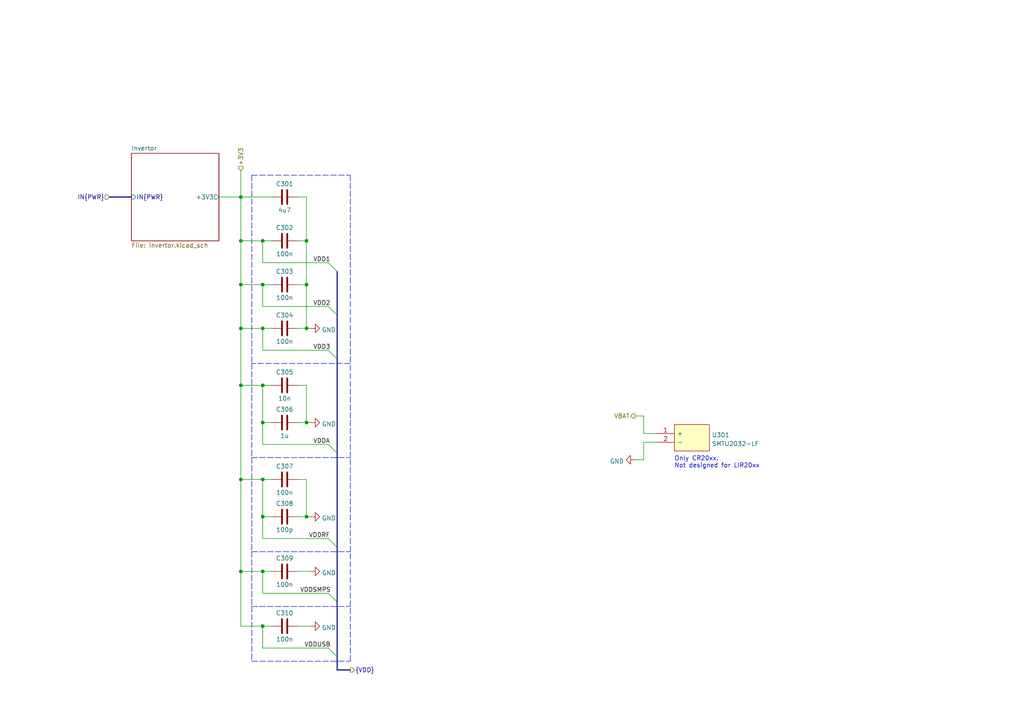
<source format=kicad_sch>
(kicad_sch (version 20211123) (generator eeschema)
  (paper "A4")
  (title_block (title "OxySwitch - PSU") (rev "1") (company "Tomas Kysela"))
  (lib_symbols
    (symbol "Device:C" (pin_numbers hide) (pin_names (offset 0.254))
      (property "Reference" "C" (at 0.635 2.54 0))
      (property "Value" "C" (at 0.635 -2.54 0))
      (symbol "C_0_1"
        (polyline (pts (xy -2.032 -0.762) (xy 2.032 -0.762)) (stroke (width 0.508)))
        (polyline (pts (xy -2.032 0.762) (xy 2.032 0.762)) (stroke (width 0.508)))
      )
      (symbol "C_1_1"
        (pin passive line (at 0 3.81 270) (length 2.794) (name "~") (number "1"))
        (pin passive line (at 0 -3.81 90) (length 2.794) (name "~") (number "2"))
      )
    )
    (symbol "OxySwitch:SMTU2032-LF" (pin_names (offset 0.762))
      (property "Reference" "U" (at 16.51 7.62 0))
      (property "Value" "SMTU2032-LF" (at 16.51 5.08 0))
      (symbol "SMTU2032-LF_0_0"
        (pin power_out line (at 0 0 0) (length 5.08) (name "+") (number "1"))
        (pin passive line (at 0 -2.54 0) (length 5.08) (name "-") (number "2"))
      )
      (symbol "SMTU2032-LF_0_1"
        (polyline (pts (xy 5.08 2.54) (xy 15.24 2.54) (xy 15.24 -5.08) (xy 5.08 -5.08) (xy 5.08 2.54)) (stroke (width 0.1524)) (fill (type background)))
      )
    )
    (symbol "power:GND" (power) (pin_names (offset 0))
      (property "Value" "GND" (at 0 -3.81 0))
      (symbol "GND_0_1"
        (polyline (pts (xy 0 0) (xy 0 -1.27) (xy 1.27 -1.27) (xy 0 -2.54) (xy -1.27 -1.27) (xy 0 -1.27)))
      )
      (symbol "GND_1_1"
        (pin power_in line (at 0 0 270) (length 0) hide (name "GND") (number "1"))
      )
    )
  )
  (junction (at 69.85 69.85))
  (junction (at 76.2 165.735))
  (junction (at 69.85 111.76))
  (junction (at 76.2 111.76))
  (junction (at 76.2 139.065))
  (junction (at 69.85 165.735))
  (junction (at 76.2 181.61))
  (junction (at 69.85 139.065))
  (junction (at 76.2 69.85))
  (junction (at 88.9 95.25))
  (junction (at 69.85 57.15))
  (junction (at 88.9 149.86))
  (junction (at 88.9 82.55))
  (junction (at 88.9 122.555))
  (junction (at 76.2 149.86))
  (junction (at 76.2 122.555))
  (junction (at 69.85 82.55))
  (junction (at 76.2 82.55))
  (junction (at 76.2 95.25))
  (junction (at 69.85 95.25))
  (junction (at 88.9 69.85))
  (bus_entry (at 95.25 76.2) (size 2.54 2.54))
  (bus_entry (at 95.25 88.9) (size 2.54 2.54))
  (bus_entry (at 95.25 101.6) (size 2.54 2.54))
  (bus_entry (at 95.25 172.085) (size 2.54 2.54))
  (bus_entry (at 95.25 156.21) (size 2.54 2.54))
  (bus_entry (at 95.25 187.96) (size 2.54 2.54))
  (bus_entry (at 95.25 128.905) (size 2.54 2.54))
  (wire (pts (xy 86.36 95.25) (xy 88.9 95.25)))
  (wire (pts (xy 95.25 156.21) (xy 76.2 156.21)))
  (wire (pts (xy 86.36 149.86) (xy 88.9 149.86)))
  (wire (pts (xy 76.2 69.85) (xy 78.74 69.85)))
  (wire (pts (xy 88.9 111.76) (xy 88.9 122.555)))
  (wire (pts (xy 184.15 120.65) (xy 186.69 120.65)))
  (bus (pts (xy 97.79 174.625) (xy 97.79 190.5)))
  (wire (pts (xy 76.2 82.55) (xy 78.74 82.55)))
  (wire (pts (xy 76.2 122.555) (xy 76.2 111.76)))
  (polyline (pts (xy 73.025 191.77) (xy 101.6 191.77)))
  (wire (pts (xy 69.85 57.15) (xy 78.74 57.15)))
  (wire (pts (xy 69.85 57.15) (xy 69.85 69.85)))
  (polyline (pts (xy 101.6 105.41) (xy 73.025 105.41)))
  (wire (pts (xy 86.36 69.85) (xy 88.9 69.85)))
  (wire (pts (xy 69.85 82.55) (xy 69.85 95.25)))
  (wire (pts (xy 76.2 181.61) (xy 78.74 181.61)))
  (polyline (pts (xy 73.025 132.715) (xy 101.6 132.715)))
  (polyline (pts (xy 73.025 160.02) (xy 101.6 160.02)))
  (wire (pts (xy 190.5 125.73) (xy 186.69 125.73)))
  (wire (pts (xy 76.2 95.25) (xy 76.2 101.6)))
  (wire (pts (xy 76.2 165.735) (xy 78.74 165.735)))
  (wire (pts (xy 184.15 133.35) (xy 186.69 133.35)))
  (wire (pts (xy 90.17 95.25) (xy 88.9 95.25)))
  (wire (pts (xy 69.85 111.76) (xy 69.85 139.065)))
  (wire (pts (xy 76.2 76.2) (xy 95.25 76.2)))
  (wire (pts (xy 76.2 69.85) (xy 76.2 76.2)))
  (bus (pts (xy 97.79 194.31) (xy 101.6 194.31)))
  (bus (pts (xy 97.79 190.5) (xy 97.79 194.31)))
  (wire (pts (xy 86.36 139.065) (xy 88.9 139.065)))
  (wire (pts (xy 76.2 122.555) (xy 78.74 122.555)))
  (wire (pts (xy 76.2 101.6) (xy 95.25 101.6)))
  (polyline (pts (xy 101.6 50.8) (xy 101.6 105.41)))
  (wire (pts (xy 69.85 95.25) (xy 76.2 95.25)))
  (wire (pts (xy 76.2 111.76) (xy 69.85 111.76)))
  (wire (pts (xy 86.36 82.55) (xy 88.9 82.55)))
  (wire (pts (xy 69.85 139.065) (xy 69.85 165.735)))
  (bus (pts (xy 97.79 158.75) (xy 97.79 174.625)))
  (wire (pts (xy 86.36 181.61) (xy 90.17 181.61)))
  (wire (pts (xy 86.36 165.735) (xy 90.17 165.735)))
  (polyline (pts (xy 73.025 105.41) (xy 73.025 132.715)))
  (wire (pts (xy 88.9 122.555) (xy 90.17 122.555)))
  (wire (pts (xy 76.2 95.25) (xy 78.74 95.25)))
  (polyline (pts (xy 73.025 50.8) (xy 101.6 50.8)))
  (wire (pts (xy 76.2 187.96) (xy 76.2 181.61)))
  (wire (pts (xy 63.5 57.15) (xy 69.85 57.15)))
  (wire (pts (xy 69.85 69.85) (xy 76.2 69.85)))
  (polyline (pts (xy 73.025 175.895) (xy 101.6 175.895)))
  (wire (pts (xy 88.9 149.86) (xy 90.17 149.86)))
  (wire (pts (xy 76.2 88.9) (xy 95.25 88.9)))
  (wire (pts (xy 76.2 149.86) (xy 76.2 139.065)))
  (wire (pts (xy 88.9 69.85) (xy 88.9 82.55)))
  (wire (pts (xy 69.85 165.735) (xy 76.2 165.735)))
  (wire (pts (xy 186.69 125.73) (xy 186.69 120.65)))
  (bus (pts (xy 31.75 57.15) (xy 38.1 57.15)))
  (wire (pts (xy 69.85 181.61) (xy 76.2 181.61)))
  (polyline (pts (xy 73.025 160.02) (xy 73.025 175.895)))
  (wire (pts (xy 95.25 187.96) (xy 76.2 187.96)))
  (bus (pts (xy 97.79 131.445) (xy 97.79 158.75)))
  (bus (pts (xy 97.79 104.14) (xy 97.79 131.445)))
  (wire (pts (xy 76.2 128.905) (xy 76.2 122.555)))
  (polyline (pts (xy 101.6 175.895) (xy 101.6 160.02)))
  (polyline (pts (xy 73.025 50.8) (xy 73.025 105.41)))
  (wire (pts (xy 69.85 95.25) (xy 69.85 111.76)))
  (wire (pts (xy 76.2 139.065) (xy 69.85 139.065)))
  (polyline (pts (xy 101.6 132.715) (xy 101.6 105.41)))
  (wire (pts (xy 190.5 128.27) (xy 186.69 128.27)))
  (wire (pts (xy 76.2 172.085) (xy 76.2 165.735)))
  (wire (pts (xy 186.69 128.27) (xy 186.69 133.35)))
  (wire (pts (xy 76.2 149.86) (xy 78.74 149.86)))
  (bus (pts (xy 97.79 91.44) (xy 97.79 104.14)))
  (wire (pts (xy 88.9 82.55) (xy 88.9 95.25)))
  (wire (pts (xy 86.36 111.76) (xy 88.9 111.76)))
  (wire (pts (xy 88.9 57.15) (xy 88.9 69.85)))
  (bus (pts (xy 97.79 78.74) (xy 97.79 91.44)))
  (wire (pts (xy 76.2 111.76) (xy 78.74 111.76)))
  (polyline (pts (xy 73.025 132.715) (xy 73.025 160.02)))
  (wire (pts (xy 69.85 82.55) (xy 76.2 82.55)))
  (wire (pts (xy 69.85 165.735) (xy 69.85 181.61)))
  (polyline (pts (xy 101.6 191.77) (xy 101.6 175.895)))
  (wire (pts (xy 76.2 139.065) (xy 78.74 139.065)))
  (wire (pts (xy 95.25 128.905) (xy 76.2 128.905)))
  (polyline (pts (xy 101.6 160.02) (xy 101.6 132.715)))
  (wire (pts (xy 95.25 172.085) (xy 76.2 172.085)))
  (wire (pts (xy 86.36 57.15) (xy 88.9 57.15)))
  (wire (pts (xy 86.36 122.555) (xy 88.9 122.555)))
  (wire (pts (xy 69.85 49.53) (xy 69.85 57.15)))
  (polyline (pts (xy 73.025 175.895) (xy 73.025 191.77)))
  (wire (pts (xy 76.2 82.55) (xy 76.2 88.9)))
  (wire (pts (xy 76.2 156.21) (xy 76.2 149.86)))
  (wire (pts (xy 69.85 69.85) (xy 69.85 82.55)))
  (wire (pts (xy 88.9 139.065) (xy 88.9 149.86)))
  (text "Only CR20xx.\nNot designed for LIR20xx" (at 195.58 135.89 0) (effects (font (size 1.27 1.27)) (justify left bottom)))
  (label "VDD2" (at 90.805 88.9 0))
  (label "VDDUSB" (at 88.265 187.96 0))
  (label "VDD3" (at 90.805 101.6 0))
  (label "VDD1" (at 90.805 76.2 0))
  (label "VDDSMPS" (at 86.995 172.085 0))
  (label "VDDA" (at 90.805 128.905 0))
  (label "VDDRF" (at 89.535 156.21 0))
  (hierarchical_label "{VDD}" (shape output) (at 101.6 194.31 0))
  (hierarchical_label "+3V3" (shape input) (at 69.85 49.53 90))
  (hierarchical_label "IN{PWR}" (shape input) (at 31.75 57.15 180))
  (hierarchical_label "VBAT" (shape output) (at 184.15 120.65 180))
  (symbol (lib_id "power:GND") (at 90.17 165.735 90) (unit 1)
    (property "Reference" "#PWR0304" (effects hide))
    (property "Value" "GND" (at 93.345 166.1688 90) (effects (justify right)))
  )
  (symbol (lib_id "power:GND") (at 184.15 133.35 270) (unit 1)
    (property "Reference" "#PWR0306" (effects hide))
    (property "Value" "GND" (at 180.9751 133.7838 90) (effects (justify right)))
  )
  (symbol (lib_id "Device:C") (at 82.55 95.25 90) (unit 1)
    (property "Reference" "C304" (at 82.55 91.44 90))
    (property "Value" "100n" (at 82.55 99.06 90))
  )
  (symbol (lib_id "power:GND") (at 90.17 122.555 90) (unit 1)
    (property "Reference" "#PWR0302" (effects hide))
    (property "Value" "GND" (at 93.345 122.9888 90) (effects (justify right)))
  )
  (symbol (lib_id "power:GND") (at 90.17 181.61 90) (unit 1)
    (property "Reference" "#PWR0305" (effects hide))
    (property "Value" "GND" (at 93.345 182.0438 90) (effects (justify right)))
  )
  (symbol (lib_id "Device:C") (at 82.55 69.85 90) (unit 1)
    (property "Reference" "C302" (at 82.55 66.04 90))
    (property "Value" "100n" (at 82.55 73.66 90))
  )
  (symbol (lib_id "Device:C") (at 82.55 82.55 90) (unit 1)
    (property "Reference" "C303" (at 82.55 78.74 90))
    (property "Value" "100n" (at 82.55 86.36 90))
  )
  (symbol (lib_id "Device:C") (at 82.55 165.735 90) (unit 1)
    (property "Reference" "C309" (at 82.55 161.925 90))
    (property "Value" "100n" (at 82.55 169.545 90))
  )
  (symbol (lib_id "Device:C") (at 82.55 139.065 90) (unit 1)
    (property "Reference" "C307" (at 82.55 135.255 90))
    (property "Value" "100n" (at 82.55 142.875 90))
  )
  (symbol (lib_id "OxySwitch:SMTU2032-LF") (at 190.5 125.73 0) (unit 1)
    (property "Reference" "U301" (at 206.4512 126.1653 0) (effects (justify left)))
    (property "Value" "SMTU2032-LF" (at 206.4512 128.7022 0) (effects (justify left)))
    (property "Footprint" "SMTU2032LF" (effects hide))
    (property "Datasheet" "https://componentsearchengine.com/Datasheets/1/SMTU2032-LF.pdf" (effects hide))
    (property "Description" "Coin Cell Battery Holders SFC MNT FOR CR2032" (effects hide))
    (property "Height" "5" (effects hide))
    (property "Manufacturer_Name" "RENATA" (effects hide))
    (property "Manufacturer_Part_Number" "SMTU2032-LF" (effects hide))
    (property "Mouser Part Number" "614-SMTU2032-LF" (effects hide))
    (property "Mouser Price/Stock" "https://www.mouser.co.uk/ProductDetail/Renata/SMTU2032-LF?qs=r1PAtlylphCLeXbokB9Tog%3D%3D" (effects hide))
  )
  (symbol (lib_id "Device:C") (at 82.55 181.61 90) (unit 1)
    (property "Reference" "C310" (at 82.55 177.8 90))
    (property "Value" "100n" (at 82.55 185.42 90))
  )
  (symbol (lib_id "Device:C") (at 82.55 57.15 90) (unit 1)
    (property "Reference" "C301" (at 82.55 53.34 90))
    (property "Value" "4u7" (at 82.55 60.96 90))
  )
  (symbol (lib_id "power:GND") (at 90.17 95.25 90) (unit 1)
    (property "Reference" "#PWR0301" (effects hide))
    (property "Value" "GND" (at 93.345 95.6838 90) (effects (justify right)))
  )
  (symbol (lib_id "Device:C") (at 82.55 111.76 90) (unit 1)
    (property "Reference" "C305" (at 82.55 107.95 90))
    (property "Value" "10n" (at 82.55 115.57 90))
  )
  (symbol (lib_id "Device:C") (at 82.55 149.86 90) (unit 1)
    (property "Reference" "C308" (at 82.55 146.05 90))
    (property "Value" "100p" (at 82.55 153.67 90))
  )
  (symbol (lib_id "Device:C") (at 82.55 122.555 90) (unit 1)
    (property "Reference" "C306" (at 82.55 118.745 90))
    (property "Value" "1u" (at 82.55 126.365 90))
  )
  (symbol (lib_id "power:GND") (at 90.17 149.86 90) (unit 1)
    (property "Reference" "#PWR0303" (effects hide))
    (property "Value" "GND" (at 93.345 150.2938 90) (effects (justify right)))
  )
  (sheet (at 38.1 44.45) (size 25.4 25.4) (stroke (width 0.1524))
    (property "Sheet name" "Invertor" (at 38.1 43.7384 0) (effects (justify left bottom)))
    (property "Sheet file" "invertor.kicad_sch" (at 38.1 70.4346 0) (effects (justify left top)))
    (pin "+3V3" output (at 63.5 57.15 0))
    (pin "IN{PWR}" input (at 38.1 57.15 180))
  )
)
</source>
